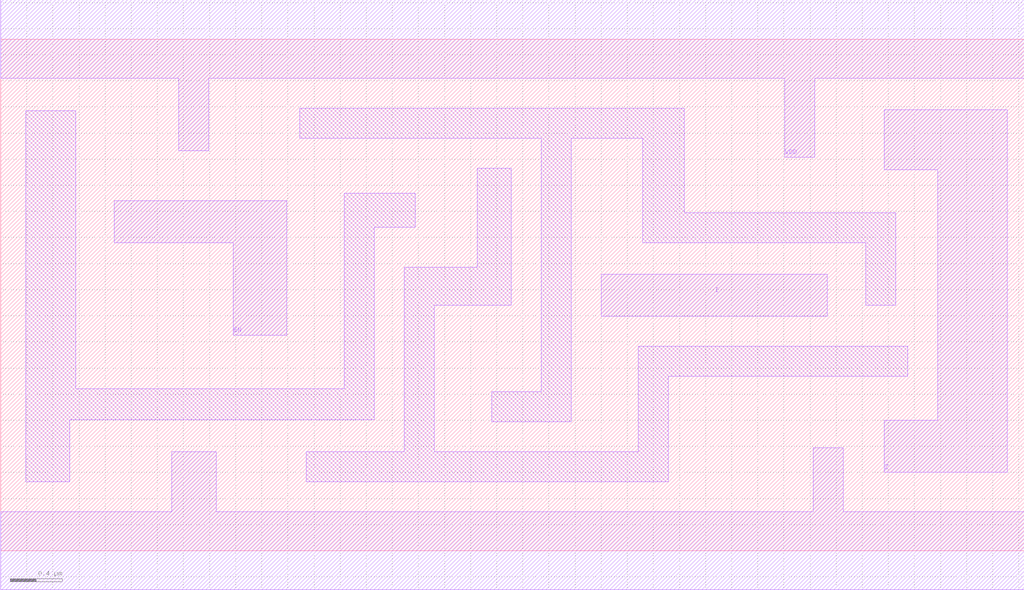
<source format=lef>
# Copyright 2022 GlobalFoundries PDK Authors
#
# Licensed under the Apache License, Version 2.0 (the "License");
# you may not use this file except in compliance with the License.
# You may obtain a copy of the License at
#
#      http://www.apache.org/licenses/LICENSE-2.0
#
# Unless required by applicable law or agreed to in writing, software
# distributed under the License is distributed on an "AS IS" BASIS,
# WITHOUT WARRANTIES OR CONDITIONS OF ANY KIND, either express or implied.
# See the License for the specific language governing permissions and
# limitations under the License.

MACRO gf180mcu_fd_sc_mcu7t5v0__bufz_1
  CLASS core ;
  FOREIGN gf180mcu_fd_sc_mcu7t5v0__bufz_1 0.0 0.0 ;
  ORIGIN 0 0 ;
  SYMMETRY X Y ;
  SITE GF018hv5v_mcu_sc7 ;
  SIZE 7.84 BY 3.92 ;
  PIN EN
    DIRECTION INPUT ;
    ANTENNAGATEAREA 1.052 ;
    PORT
      LAYER METAL1 ;
        POLYGON 0.87 2.36 1.78 2.36 1.78 1.65 2.19 1.65 2.19 2.68 0.87 2.68  ;
    END
  END EN
  PIN I
    DIRECTION INPUT ;
    ANTENNAGATEAREA 0.526 ;
    PORT
      LAYER METAL1 ;
        POLYGON 4.6 1.795 6.33 1.795 6.33 2.12 4.6 2.12  ;
    END
  END I
  PIN Z
    DIRECTION OUTPUT ;
    ANTENNADIFFAREA 0.8976 ;
    PORT
      LAYER METAL1 ;
        POLYGON 6.77 2.92 6.855 2.92 6.95 2.92 7.18 2.92 7.18 1 6.77 1 6.77 0.6 7.71 0.6 7.71 3.38 6.95 3.38 6.855 3.38 6.77 3.38  ;
    END
  END Z
  PIN VDD
    DIRECTION INOUT ;
    USE power ;
    SHAPE ABUTMENT ;
    PORT
      LAYER METAL1 ;
        POLYGON 0 3.62 1.365 3.62 1.365 3.065 1.595 3.065 1.595 3.62 6.005 3.62 6.005 3.015 6.235 3.015 6.235 3.62 6.855 3.62 6.95 3.62 7.84 3.62 7.84 4.22 6.95 4.22 6.855 4.22 0 4.22  ;
    END
  END VDD
  PIN VSS
    DIRECTION INOUT ;
    USE ground ;
    SHAPE ABUTMENT ;
    PORT
      LAYER METAL1 ;
        POLYGON 0 -0.3 7.84 -0.3 7.84 0.3 6.455 0.3 6.455 0.79 6.225 0.79 6.225 0.3 1.65 0.3 1.65 0.76 1.31 0.76 1.31 0.3 0 0.3  ;
    END
  END VSS
  OBS
      LAYER METAL1 ;
        POLYGON 0.19 0.53 0.53 0.53 0.53 1.005 2.86 1.005 2.86 2.48 3.175 2.48 3.175 2.74 2.63 2.74 2.63 1.24 0.575 1.24 0.575 3.37 0.19 3.37  ;
        POLYGON 2.29 3.16 4.14 3.16 4.14 1.22 3.76 1.22 3.76 0.99 4.37 0.99 4.37 3.16 4.92 3.16 4.92 2.36 6.625 2.36 6.625 1.88 6.855 1.88 6.855 2.59 5.235 2.59 5.235 3.39 2.29 3.39  ;
        POLYGON 2.34 0.53 5.115 0.53 5.115 1.335 6.95 1.335 6.95 1.565 4.885 1.565 4.885 0.76 3.32 0.76 3.32 1.88 3.91 1.88 3.91 2.93 3.65 2.93 3.65 2.17 3.09 2.17 3.09 0.76 2.34 0.76  ;
  END
END gf180mcu_fd_sc_mcu7t5v0__bufz_1

</source>
